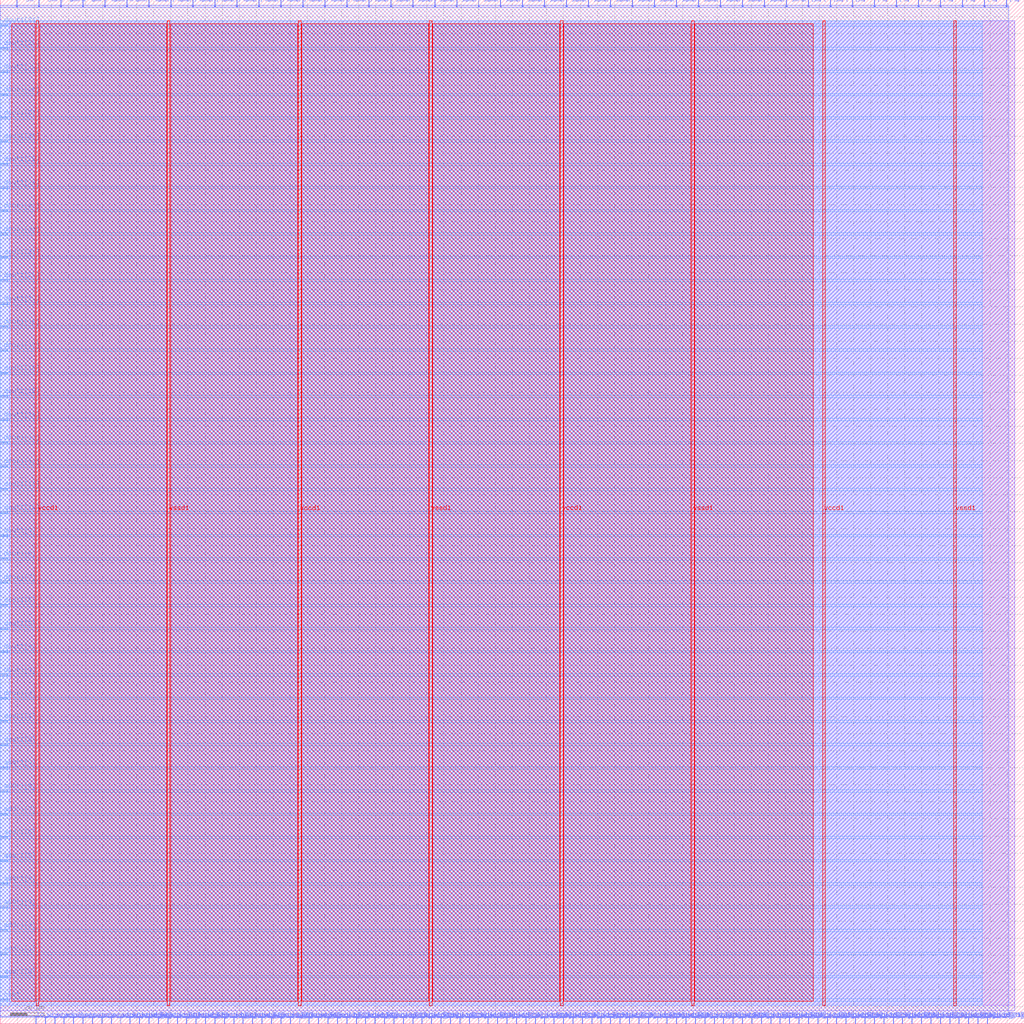
<source format=lef>
VERSION 5.7 ;
  NOWIREEXTENSIONATPIN ON ;
  DIVIDERCHAR "/" ;
  BUSBITCHARS "[]" ;
MACRO wfg_top
  CLASS BLOCK ;
  FOREIGN wfg_top ;
  ORIGIN 0.000 0.000 ;
  SIZE 600.000 BY 600.000 ;
  PIN addr1[0]
    DIRECTION OUTPUT TRISTATE ;
    USE SIGNAL ;
    PORT
      LAYER met3 ;
        RECT 0.000 27.240 4.000 27.840 ;
    END
  END addr1[0]
  PIN addr1[1]
    DIRECTION OUTPUT TRISTATE ;
    USE SIGNAL ;
    PORT
      LAYER met3 ;
        RECT 0.000 40.840 4.000 41.440 ;
    END
  END addr1[1]
  PIN addr1[2]
    DIRECTION OUTPUT TRISTATE ;
    USE SIGNAL ;
    PORT
      LAYER met3 ;
        RECT 0.000 54.440 4.000 55.040 ;
    END
  END addr1[2]
  PIN addr1[3]
    DIRECTION OUTPUT TRISTATE ;
    USE SIGNAL ;
    PORT
      LAYER met3 ;
        RECT 0.000 68.040 4.000 68.640 ;
    END
  END addr1[3]
  PIN addr1[4]
    DIRECTION OUTPUT TRISTATE ;
    USE SIGNAL ;
    PORT
      LAYER met3 ;
        RECT 0.000 81.640 4.000 82.240 ;
    END
  END addr1[4]
  PIN addr1[5]
    DIRECTION OUTPUT TRISTATE ;
    USE SIGNAL ;
    PORT
      LAYER met3 ;
        RECT 0.000 95.240 4.000 95.840 ;
    END
  END addr1[5]
  PIN addr1[6]
    DIRECTION OUTPUT TRISTATE ;
    USE SIGNAL ;
    PORT
      LAYER met3 ;
        RECT 0.000 108.840 4.000 109.440 ;
    END
  END addr1[6]
  PIN addr1[7]
    DIRECTION OUTPUT TRISTATE ;
    USE SIGNAL ;
    PORT
      LAYER met3 ;
        RECT 0.000 122.440 4.000 123.040 ;
    END
  END addr1[7]
  PIN addr1[8]
    DIRECTION OUTPUT TRISTATE ;
    USE SIGNAL ;
    PORT
      LAYER met3 ;
        RECT 0.000 136.040 4.000 136.640 ;
    END
  END addr1[8]
  PIN addr1[9]
    DIRECTION OUTPUT TRISTATE ;
    USE SIGNAL ;
    PORT
      LAYER met3 ;
        RECT 0.000 149.640 4.000 150.240 ;
    END
  END addr1[9]
  PIN csb1
    DIRECTION OUTPUT TRISTATE ;
    USE SIGNAL ;
    PORT
      LAYER met3 ;
        RECT 0.000 13.640 4.000 14.240 ;
    END
  END csb1
  PIN dout1[0]
    DIRECTION INPUT ;
    USE SIGNAL ;
    PORT
      LAYER met3 ;
        RECT 0.000 163.240 4.000 163.840 ;
    END
  END dout1[0]
  PIN dout1[10]
    DIRECTION INPUT ;
    USE SIGNAL ;
    PORT
      LAYER met3 ;
        RECT 0.000 299.240 4.000 299.840 ;
    END
  END dout1[10]
  PIN dout1[11]
    DIRECTION INPUT ;
    USE SIGNAL ;
    PORT
      LAYER met3 ;
        RECT 0.000 312.840 4.000 313.440 ;
    END
  END dout1[11]
  PIN dout1[12]
    DIRECTION INPUT ;
    USE SIGNAL ;
    PORT
      LAYER met3 ;
        RECT 0.000 326.440 4.000 327.040 ;
    END
  END dout1[12]
  PIN dout1[13]
    DIRECTION INPUT ;
    USE SIGNAL ;
    PORT
      LAYER met3 ;
        RECT 0.000 340.040 4.000 340.640 ;
    END
  END dout1[13]
  PIN dout1[14]
    DIRECTION INPUT ;
    USE SIGNAL ;
    PORT
      LAYER met3 ;
        RECT 0.000 353.640 4.000 354.240 ;
    END
  END dout1[14]
  PIN dout1[15]
    DIRECTION INPUT ;
    USE SIGNAL ;
    PORT
      LAYER met3 ;
        RECT 0.000 367.240 4.000 367.840 ;
    END
  END dout1[15]
  PIN dout1[16]
    DIRECTION INPUT ;
    USE SIGNAL ;
    PORT
      LAYER met3 ;
        RECT 0.000 380.840 4.000 381.440 ;
    END
  END dout1[16]
  PIN dout1[17]
    DIRECTION INPUT ;
    USE SIGNAL ;
    PORT
      LAYER met3 ;
        RECT 0.000 394.440 4.000 395.040 ;
    END
  END dout1[17]
  PIN dout1[18]
    DIRECTION INPUT ;
    USE SIGNAL ;
    PORT
      LAYER met3 ;
        RECT 0.000 408.040 4.000 408.640 ;
    END
  END dout1[18]
  PIN dout1[19]
    DIRECTION INPUT ;
    USE SIGNAL ;
    PORT
      LAYER met3 ;
        RECT 0.000 421.640 4.000 422.240 ;
    END
  END dout1[19]
  PIN dout1[1]
    DIRECTION INPUT ;
    USE SIGNAL ;
    PORT
      LAYER met3 ;
        RECT 0.000 176.840 4.000 177.440 ;
    END
  END dout1[1]
  PIN dout1[20]
    DIRECTION INPUT ;
    USE SIGNAL ;
    PORT
      LAYER met3 ;
        RECT 0.000 435.240 4.000 435.840 ;
    END
  END dout1[20]
  PIN dout1[21]
    DIRECTION INPUT ;
    USE SIGNAL ;
    PORT
      LAYER met3 ;
        RECT 0.000 448.840 4.000 449.440 ;
    END
  END dout1[21]
  PIN dout1[22]
    DIRECTION INPUT ;
    USE SIGNAL ;
    PORT
      LAYER met3 ;
        RECT 0.000 462.440 4.000 463.040 ;
    END
  END dout1[22]
  PIN dout1[23]
    DIRECTION INPUT ;
    USE SIGNAL ;
    PORT
      LAYER met3 ;
        RECT 0.000 476.040 4.000 476.640 ;
    END
  END dout1[23]
  PIN dout1[24]
    DIRECTION INPUT ;
    USE SIGNAL ;
    PORT
      LAYER met3 ;
        RECT 0.000 489.640 4.000 490.240 ;
    END
  END dout1[24]
  PIN dout1[25]
    DIRECTION INPUT ;
    USE SIGNAL ;
    PORT
      LAYER met3 ;
        RECT 0.000 503.240 4.000 503.840 ;
    END
  END dout1[25]
  PIN dout1[26]
    DIRECTION INPUT ;
    USE SIGNAL ;
    PORT
      LAYER met3 ;
        RECT 0.000 516.840 4.000 517.440 ;
    END
  END dout1[26]
  PIN dout1[27]
    DIRECTION INPUT ;
    USE SIGNAL ;
    PORT
      LAYER met3 ;
        RECT 0.000 530.440 4.000 531.040 ;
    END
  END dout1[27]
  PIN dout1[28]
    DIRECTION INPUT ;
    USE SIGNAL ;
    PORT
      LAYER met3 ;
        RECT 0.000 544.040 4.000 544.640 ;
    END
  END dout1[28]
  PIN dout1[29]
    DIRECTION INPUT ;
    USE SIGNAL ;
    PORT
      LAYER met3 ;
        RECT 0.000 557.640 4.000 558.240 ;
    END
  END dout1[29]
  PIN dout1[2]
    DIRECTION INPUT ;
    USE SIGNAL ;
    PORT
      LAYER met3 ;
        RECT 0.000 190.440 4.000 191.040 ;
    END
  END dout1[2]
  PIN dout1[30]
    DIRECTION INPUT ;
    USE SIGNAL ;
    PORT
      LAYER met3 ;
        RECT 0.000 571.240 4.000 571.840 ;
    END
  END dout1[30]
  PIN dout1[31]
    DIRECTION INPUT ;
    USE SIGNAL ;
    PORT
      LAYER met3 ;
        RECT 0.000 584.840 4.000 585.440 ;
    END
  END dout1[31]
  PIN dout1[3]
    DIRECTION INPUT ;
    USE SIGNAL ;
    PORT
      LAYER met3 ;
        RECT 0.000 204.040 4.000 204.640 ;
    END
  END dout1[3]
  PIN dout1[4]
    DIRECTION INPUT ;
    USE SIGNAL ;
    PORT
      LAYER met3 ;
        RECT 0.000 217.640 4.000 218.240 ;
    END
  END dout1[4]
  PIN dout1[5]
    DIRECTION INPUT ;
    USE SIGNAL ;
    PORT
      LAYER met3 ;
        RECT 0.000 231.240 4.000 231.840 ;
    END
  END dout1[5]
  PIN dout1[6]
    DIRECTION INPUT ;
    USE SIGNAL ;
    PORT
      LAYER met3 ;
        RECT 0.000 244.840 4.000 245.440 ;
    END
  END dout1[6]
  PIN dout1[7]
    DIRECTION INPUT ;
    USE SIGNAL ;
    PORT
      LAYER met3 ;
        RECT 0.000 258.440 4.000 259.040 ;
    END
  END dout1[7]
  PIN dout1[8]
    DIRECTION INPUT ;
    USE SIGNAL ;
    PORT
      LAYER met3 ;
        RECT 0.000 272.040 4.000 272.640 ;
    END
  END dout1[8]
  PIN dout1[9]
    DIRECTION INPUT ;
    USE SIGNAL ;
    PORT
      LAYER met3 ;
        RECT 0.000 285.640 4.000 286.240 ;
    END
  END dout1[9]
  PIN io_oeb[0]
    DIRECTION OUTPUT TRISTATE ;
    USE SIGNAL ;
    PORT
      LAYER met2 ;
        RECT 460.550 596.000 460.830 600.000 ;
    END
  END io_oeb[0]
  PIN io_oeb[10]
    DIRECTION OUTPUT TRISTATE ;
    USE SIGNAL ;
    PORT
      LAYER met2 ;
        RECT 589.350 596.000 589.630 600.000 ;
    END
  END io_oeb[10]
  PIN io_oeb[1]
    DIRECTION OUTPUT TRISTATE ;
    USE SIGNAL ;
    PORT
      LAYER met2 ;
        RECT 473.430 596.000 473.710 600.000 ;
    END
  END io_oeb[1]
  PIN io_oeb[2]
    DIRECTION OUTPUT TRISTATE ;
    USE SIGNAL ;
    PORT
      LAYER met2 ;
        RECT 486.310 596.000 486.590 600.000 ;
    END
  END io_oeb[2]
  PIN io_oeb[3]
    DIRECTION OUTPUT TRISTATE ;
    USE SIGNAL ;
    PORT
      LAYER met2 ;
        RECT 499.190 596.000 499.470 600.000 ;
    END
  END io_oeb[3]
  PIN io_oeb[4]
    DIRECTION OUTPUT TRISTATE ;
    USE SIGNAL ;
    PORT
      LAYER met2 ;
        RECT 512.070 596.000 512.350 600.000 ;
    END
  END io_oeb[4]
  PIN io_oeb[5]
    DIRECTION OUTPUT TRISTATE ;
    USE SIGNAL ;
    PORT
      LAYER met2 ;
        RECT 524.950 596.000 525.230 600.000 ;
    END
  END io_oeb[5]
  PIN io_oeb[6]
    DIRECTION OUTPUT TRISTATE ;
    USE SIGNAL ;
    PORT
      LAYER met2 ;
        RECT 537.830 596.000 538.110 600.000 ;
    END
  END io_oeb[6]
  PIN io_oeb[7]
    DIRECTION OUTPUT TRISTATE ;
    USE SIGNAL ;
    PORT
      LAYER met2 ;
        RECT 550.710 596.000 550.990 600.000 ;
    END
  END io_oeb[7]
  PIN io_oeb[8]
    DIRECTION OUTPUT TRISTATE ;
    USE SIGNAL ;
    PORT
      LAYER met2 ;
        RECT 563.590 596.000 563.870 600.000 ;
    END
  END io_oeb[8]
  PIN io_oeb[9]
    DIRECTION OUTPUT TRISTATE ;
    USE SIGNAL ;
    PORT
      LAYER met2 ;
        RECT 576.470 596.000 576.750 600.000 ;
    END
  END io_oeb[9]
  PIN io_wbs_ack
    DIRECTION OUTPUT TRISTATE ;
    USE SIGNAL ;
    PORT
      LAYER met2 ;
        RECT 20.790 0.000 21.070 4.000 ;
    END
  END io_wbs_ack
  PIN io_wbs_adr[0]
    DIRECTION INPUT ;
    USE SIGNAL ;
    PORT
      LAYER met2 ;
        RECT 53.910 0.000 54.190 4.000 ;
    END
  END io_wbs_adr[0]
  PIN io_wbs_adr[10]
    DIRECTION INPUT ;
    USE SIGNAL ;
    PORT
      LAYER met2 ;
        RECT 219.510 0.000 219.790 4.000 ;
    END
  END io_wbs_adr[10]
  PIN io_wbs_adr[11]
    DIRECTION INPUT ;
    USE SIGNAL ;
    PORT
      LAYER met2 ;
        RECT 236.070 0.000 236.350 4.000 ;
    END
  END io_wbs_adr[11]
  PIN io_wbs_adr[12]
    DIRECTION INPUT ;
    USE SIGNAL ;
    PORT
      LAYER met2 ;
        RECT 252.630 0.000 252.910 4.000 ;
    END
  END io_wbs_adr[12]
  PIN io_wbs_adr[13]
    DIRECTION INPUT ;
    USE SIGNAL ;
    PORT
      LAYER met2 ;
        RECT 269.190 0.000 269.470 4.000 ;
    END
  END io_wbs_adr[13]
  PIN io_wbs_adr[14]
    DIRECTION INPUT ;
    USE SIGNAL ;
    PORT
      LAYER met2 ;
        RECT 285.750 0.000 286.030 4.000 ;
    END
  END io_wbs_adr[14]
  PIN io_wbs_adr[15]
    DIRECTION INPUT ;
    USE SIGNAL ;
    PORT
      LAYER met2 ;
        RECT 302.310 0.000 302.590 4.000 ;
    END
  END io_wbs_adr[15]
  PIN io_wbs_adr[16]
    DIRECTION INPUT ;
    USE SIGNAL ;
    PORT
      LAYER met2 ;
        RECT 318.870 0.000 319.150 4.000 ;
    END
  END io_wbs_adr[16]
  PIN io_wbs_adr[17]
    DIRECTION INPUT ;
    USE SIGNAL ;
    PORT
      LAYER met2 ;
        RECT 335.430 0.000 335.710 4.000 ;
    END
  END io_wbs_adr[17]
  PIN io_wbs_adr[18]
    DIRECTION INPUT ;
    USE SIGNAL ;
    PORT
      LAYER met2 ;
        RECT 351.990 0.000 352.270 4.000 ;
    END
  END io_wbs_adr[18]
  PIN io_wbs_adr[19]
    DIRECTION INPUT ;
    USE SIGNAL ;
    PORT
      LAYER met2 ;
        RECT 368.550 0.000 368.830 4.000 ;
    END
  END io_wbs_adr[19]
  PIN io_wbs_adr[1]
    DIRECTION INPUT ;
    USE SIGNAL ;
    PORT
      LAYER met2 ;
        RECT 70.470 0.000 70.750 4.000 ;
    END
  END io_wbs_adr[1]
  PIN io_wbs_adr[20]
    DIRECTION INPUT ;
    USE SIGNAL ;
    PORT
      LAYER met2 ;
        RECT 385.110 0.000 385.390 4.000 ;
    END
  END io_wbs_adr[20]
  PIN io_wbs_adr[21]
    DIRECTION INPUT ;
    USE SIGNAL ;
    PORT
      LAYER met2 ;
        RECT 401.670 0.000 401.950 4.000 ;
    END
  END io_wbs_adr[21]
  PIN io_wbs_adr[22]
    DIRECTION INPUT ;
    USE SIGNAL ;
    PORT
      LAYER met2 ;
        RECT 418.230 0.000 418.510 4.000 ;
    END
  END io_wbs_adr[22]
  PIN io_wbs_adr[23]
    DIRECTION INPUT ;
    USE SIGNAL ;
    PORT
      LAYER met2 ;
        RECT 434.790 0.000 435.070 4.000 ;
    END
  END io_wbs_adr[23]
  PIN io_wbs_adr[24]
    DIRECTION INPUT ;
    USE SIGNAL ;
    PORT
      LAYER met2 ;
        RECT 451.350 0.000 451.630 4.000 ;
    END
  END io_wbs_adr[24]
  PIN io_wbs_adr[25]
    DIRECTION INPUT ;
    USE SIGNAL ;
    PORT
      LAYER met2 ;
        RECT 467.910 0.000 468.190 4.000 ;
    END
  END io_wbs_adr[25]
  PIN io_wbs_adr[26]
    DIRECTION INPUT ;
    USE SIGNAL ;
    PORT
      LAYER met2 ;
        RECT 484.470 0.000 484.750 4.000 ;
    END
  END io_wbs_adr[26]
  PIN io_wbs_adr[27]
    DIRECTION INPUT ;
    USE SIGNAL ;
    PORT
      LAYER met2 ;
        RECT 501.030 0.000 501.310 4.000 ;
    END
  END io_wbs_adr[27]
  PIN io_wbs_adr[28]
    DIRECTION INPUT ;
    USE SIGNAL ;
    PORT
      LAYER met2 ;
        RECT 517.590 0.000 517.870 4.000 ;
    END
  END io_wbs_adr[28]
  PIN io_wbs_adr[29]
    DIRECTION INPUT ;
    USE SIGNAL ;
    PORT
      LAYER met2 ;
        RECT 534.150 0.000 534.430 4.000 ;
    END
  END io_wbs_adr[29]
  PIN io_wbs_adr[2]
    DIRECTION INPUT ;
    USE SIGNAL ;
    PORT
      LAYER met2 ;
        RECT 87.030 0.000 87.310 4.000 ;
    END
  END io_wbs_adr[2]
  PIN io_wbs_adr[30]
    DIRECTION INPUT ;
    USE SIGNAL ;
    PORT
      LAYER met2 ;
        RECT 550.710 0.000 550.990 4.000 ;
    END
  END io_wbs_adr[30]
  PIN io_wbs_adr[31]
    DIRECTION INPUT ;
    USE SIGNAL ;
    PORT
      LAYER met2 ;
        RECT 567.270 0.000 567.550 4.000 ;
    END
  END io_wbs_adr[31]
  PIN io_wbs_adr[3]
    DIRECTION INPUT ;
    USE SIGNAL ;
    PORT
      LAYER met2 ;
        RECT 103.590 0.000 103.870 4.000 ;
    END
  END io_wbs_adr[3]
  PIN io_wbs_adr[4]
    DIRECTION INPUT ;
    USE SIGNAL ;
    PORT
      LAYER met2 ;
        RECT 120.150 0.000 120.430 4.000 ;
    END
  END io_wbs_adr[4]
  PIN io_wbs_adr[5]
    DIRECTION INPUT ;
    USE SIGNAL ;
    PORT
      LAYER met2 ;
        RECT 136.710 0.000 136.990 4.000 ;
    END
  END io_wbs_adr[5]
  PIN io_wbs_adr[6]
    DIRECTION INPUT ;
    USE SIGNAL ;
    PORT
      LAYER met2 ;
        RECT 153.270 0.000 153.550 4.000 ;
    END
  END io_wbs_adr[6]
  PIN io_wbs_adr[7]
    DIRECTION INPUT ;
    USE SIGNAL ;
    PORT
      LAYER met2 ;
        RECT 169.830 0.000 170.110 4.000 ;
    END
  END io_wbs_adr[7]
  PIN io_wbs_adr[8]
    DIRECTION INPUT ;
    USE SIGNAL ;
    PORT
      LAYER met2 ;
        RECT 186.390 0.000 186.670 4.000 ;
    END
  END io_wbs_adr[8]
  PIN io_wbs_adr[9]
    DIRECTION INPUT ;
    USE SIGNAL ;
    PORT
      LAYER met2 ;
        RECT 202.950 0.000 203.230 4.000 ;
    END
  END io_wbs_adr[9]
  PIN io_wbs_clk
    DIRECTION INPUT ;
    USE SIGNAL ;
    PORT
      LAYER met2 ;
        RECT 26.310 0.000 26.590 4.000 ;
    END
  END io_wbs_clk
  PIN io_wbs_cyc
    DIRECTION INPUT ;
    USE SIGNAL ;
    PORT
      LAYER met2 ;
        RECT 31.830 0.000 32.110 4.000 ;
    END
  END io_wbs_cyc
  PIN io_wbs_datrd[0]
    DIRECTION OUTPUT TRISTATE ;
    USE SIGNAL ;
    PORT
      LAYER met2 ;
        RECT 59.430 0.000 59.710 4.000 ;
    END
  END io_wbs_datrd[0]
  PIN io_wbs_datrd[10]
    DIRECTION OUTPUT TRISTATE ;
    USE SIGNAL ;
    PORT
      LAYER met2 ;
        RECT 225.030 0.000 225.310 4.000 ;
    END
  END io_wbs_datrd[10]
  PIN io_wbs_datrd[11]
    DIRECTION OUTPUT TRISTATE ;
    USE SIGNAL ;
    PORT
      LAYER met2 ;
        RECT 241.590 0.000 241.870 4.000 ;
    END
  END io_wbs_datrd[11]
  PIN io_wbs_datrd[12]
    DIRECTION OUTPUT TRISTATE ;
    USE SIGNAL ;
    PORT
      LAYER met2 ;
        RECT 258.150 0.000 258.430 4.000 ;
    END
  END io_wbs_datrd[12]
  PIN io_wbs_datrd[13]
    DIRECTION OUTPUT TRISTATE ;
    USE SIGNAL ;
    PORT
      LAYER met2 ;
        RECT 274.710 0.000 274.990 4.000 ;
    END
  END io_wbs_datrd[13]
  PIN io_wbs_datrd[14]
    DIRECTION OUTPUT TRISTATE ;
    USE SIGNAL ;
    PORT
      LAYER met2 ;
        RECT 291.270 0.000 291.550 4.000 ;
    END
  END io_wbs_datrd[14]
  PIN io_wbs_datrd[15]
    DIRECTION OUTPUT TRISTATE ;
    USE SIGNAL ;
    PORT
      LAYER met2 ;
        RECT 307.830 0.000 308.110 4.000 ;
    END
  END io_wbs_datrd[15]
  PIN io_wbs_datrd[16]
    DIRECTION OUTPUT TRISTATE ;
    USE SIGNAL ;
    PORT
      LAYER met2 ;
        RECT 324.390 0.000 324.670 4.000 ;
    END
  END io_wbs_datrd[16]
  PIN io_wbs_datrd[17]
    DIRECTION OUTPUT TRISTATE ;
    USE SIGNAL ;
    PORT
      LAYER met2 ;
        RECT 340.950 0.000 341.230 4.000 ;
    END
  END io_wbs_datrd[17]
  PIN io_wbs_datrd[18]
    DIRECTION OUTPUT TRISTATE ;
    USE SIGNAL ;
    PORT
      LAYER met2 ;
        RECT 357.510 0.000 357.790 4.000 ;
    END
  END io_wbs_datrd[18]
  PIN io_wbs_datrd[19]
    DIRECTION OUTPUT TRISTATE ;
    USE SIGNAL ;
    PORT
      LAYER met2 ;
        RECT 374.070 0.000 374.350 4.000 ;
    END
  END io_wbs_datrd[19]
  PIN io_wbs_datrd[1]
    DIRECTION OUTPUT TRISTATE ;
    USE SIGNAL ;
    PORT
      LAYER met2 ;
        RECT 75.990 0.000 76.270 4.000 ;
    END
  END io_wbs_datrd[1]
  PIN io_wbs_datrd[20]
    DIRECTION OUTPUT TRISTATE ;
    USE SIGNAL ;
    PORT
      LAYER met2 ;
        RECT 390.630 0.000 390.910 4.000 ;
    END
  END io_wbs_datrd[20]
  PIN io_wbs_datrd[21]
    DIRECTION OUTPUT TRISTATE ;
    USE SIGNAL ;
    PORT
      LAYER met2 ;
        RECT 407.190 0.000 407.470 4.000 ;
    END
  END io_wbs_datrd[21]
  PIN io_wbs_datrd[22]
    DIRECTION OUTPUT TRISTATE ;
    USE SIGNAL ;
    PORT
      LAYER met2 ;
        RECT 423.750 0.000 424.030 4.000 ;
    END
  END io_wbs_datrd[22]
  PIN io_wbs_datrd[23]
    DIRECTION OUTPUT TRISTATE ;
    USE SIGNAL ;
    PORT
      LAYER met2 ;
        RECT 440.310 0.000 440.590 4.000 ;
    END
  END io_wbs_datrd[23]
  PIN io_wbs_datrd[24]
    DIRECTION OUTPUT TRISTATE ;
    USE SIGNAL ;
    PORT
      LAYER met2 ;
        RECT 456.870 0.000 457.150 4.000 ;
    END
  END io_wbs_datrd[24]
  PIN io_wbs_datrd[25]
    DIRECTION OUTPUT TRISTATE ;
    USE SIGNAL ;
    PORT
      LAYER met2 ;
        RECT 473.430 0.000 473.710 4.000 ;
    END
  END io_wbs_datrd[25]
  PIN io_wbs_datrd[26]
    DIRECTION OUTPUT TRISTATE ;
    USE SIGNAL ;
    PORT
      LAYER met2 ;
        RECT 489.990 0.000 490.270 4.000 ;
    END
  END io_wbs_datrd[26]
  PIN io_wbs_datrd[27]
    DIRECTION OUTPUT TRISTATE ;
    USE SIGNAL ;
    PORT
      LAYER met2 ;
        RECT 506.550 0.000 506.830 4.000 ;
    END
  END io_wbs_datrd[27]
  PIN io_wbs_datrd[28]
    DIRECTION OUTPUT TRISTATE ;
    USE SIGNAL ;
    PORT
      LAYER met2 ;
        RECT 523.110 0.000 523.390 4.000 ;
    END
  END io_wbs_datrd[28]
  PIN io_wbs_datrd[29]
    DIRECTION OUTPUT TRISTATE ;
    USE SIGNAL ;
    PORT
      LAYER met2 ;
        RECT 539.670 0.000 539.950 4.000 ;
    END
  END io_wbs_datrd[29]
  PIN io_wbs_datrd[2]
    DIRECTION OUTPUT TRISTATE ;
    USE SIGNAL ;
    PORT
      LAYER met2 ;
        RECT 92.550 0.000 92.830 4.000 ;
    END
  END io_wbs_datrd[2]
  PIN io_wbs_datrd[30]
    DIRECTION OUTPUT TRISTATE ;
    USE SIGNAL ;
    PORT
      LAYER met2 ;
        RECT 556.230 0.000 556.510 4.000 ;
    END
  END io_wbs_datrd[30]
  PIN io_wbs_datrd[31]
    DIRECTION OUTPUT TRISTATE ;
    USE SIGNAL ;
    PORT
      LAYER met2 ;
        RECT 572.790 0.000 573.070 4.000 ;
    END
  END io_wbs_datrd[31]
  PIN io_wbs_datrd[3]
    DIRECTION OUTPUT TRISTATE ;
    USE SIGNAL ;
    PORT
      LAYER met2 ;
        RECT 109.110 0.000 109.390 4.000 ;
    END
  END io_wbs_datrd[3]
  PIN io_wbs_datrd[4]
    DIRECTION OUTPUT TRISTATE ;
    USE SIGNAL ;
    PORT
      LAYER met2 ;
        RECT 125.670 0.000 125.950 4.000 ;
    END
  END io_wbs_datrd[4]
  PIN io_wbs_datrd[5]
    DIRECTION OUTPUT TRISTATE ;
    USE SIGNAL ;
    PORT
      LAYER met2 ;
        RECT 142.230 0.000 142.510 4.000 ;
    END
  END io_wbs_datrd[5]
  PIN io_wbs_datrd[6]
    DIRECTION OUTPUT TRISTATE ;
    USE SIGNAL ;
    PORT
      LAYER met2 ;
        RECT 158.790 0.000 159.070 4.000 ;
    END
  END io_wbs_datrd[6]
  PIN io_wbs_datrd[7]
    DIRECTION OUTPUT TRISTATE ;
    USE SIGNAL ;
    PORT
      LAYER met2 ;
        RECT 175.350 0.000 175.630 4.000 ;
    END
  END io_wbs_datrd[7]
  PIN io_wbs_datrd[8]
    DIRECTION OUTPUT TRISTATE ;
    USE SIGNAL ;
    PORT
      LAYER met2 ;
        RECT 191.910 0.000 192.190 4.000 ;
    END
  END io_wbs_datrd[8]
  PIN io_wbs_datrd[9]
    DIRECTION OUTPUT TRISTATE ;
    USE SIGNAL ;
    PORT
      LAYER met2 ;
        RECT 208.470 0.000 208.750 4.000 ;
    END
  END io_wbs_datrd[9]
  PIN io_wbs_datwr[0]
    DIRECTION INPUT ;
    USE SIGNAL ;
    PORT
      LAYER met2 ;
        RECT 64.950 0.000 65.230 4.000 ;
    END
  END io_wbs_datwr[0]
  PIN io_wbs_datwr[10]
    DIRECTION INPUT ;
    USE SIGNAL ;
    PORT
      LAYER met2 ;
        RECT 230.550 0.000 230.830 4.000 ;
    END
  END io_wbs_datwr[10]
  PIN io_wbs_datwr[11]
    DIRECTION INPUT ;
    USE SIGNAL ;
    PORT
      LAYER met2 ;
        RECT 247.110 0.000 247.390 4.000 ;
    END
  END io_wbs_datwr[11]
  PIN io_wbs_datwr[12]
    DIRECTION INPUT ;
    USE SIGNAL ;
    PORT
      LAYER met2 ;
        RECT 263.670 0.000 263.950 4.000 ;
    END
  END io_wbs_datwr[12]
  PIN io_wbs_datwr[13]
    DIRECTION INPUT ;
    USE SIGNAL ;
    PORT
      LAYER met2 ;
        RECT 280.230 0.000 280.510 4.000 ;
    END
  END io_wbs_datwr[13]
  PIN io_wbs_datwr[14]
    DIRECTION INPUT ;
    USE SIGNAL ;
    PORT
      LAYER met2 ;
        RECT 296.790 0.000 297.070 4.000 ;
    END
  END io_wbs_datwr[14]
  PIN io_wbs_datwr[15]
    DIRECTION INPUT ;
    USE SIGNAL ;
    PORT
      LAYER met2 ;
        RECT 313.350 0.000 313.630 4.000 ;
    END
  END io_wbs_datwr[15]
  PIN io_wbs_datwr[16]
    DIRECTION INPUT ;
    USE SIGNAL ;
    PORT
      LAYER met2 ;
        RECT 329.910 0.000 330.190 4.000 ;
    END
  END io_wbs_datwr[16]
  PIN io_wbs_datwr[17]
    DIRECTION INPUT ;
    USE SIGNAL ;
    PORT
      LAYER met2 ;
        RECT 346.470 0.000 346.750 4.000 ;
    END
  END io_wbs_datwr[17]
  PIN io_wbs_datwr[18]
    DIRECTION INPUT ;
    USE SIGNAL ;
    PORT
      LAYER met2 ;
        RECT 363.030 0.000 363.310 4.000 ;
    END
  END io_wbs_datwr[18]
  PIN io_wbs_datwr[19]
    DIRECTION INPUT ;
    USE SIGNAL ;
    PORT
      LAYER met2 ;
        RECT 379.590 0.000 379.870 4.000 ;
    END
  END io_wbs_datwr[19]
  PIN io_wbs_datwr[1]
    DIRECTION INPUT ;
    USE SIGNAL ;
    PORT
      LAYER met2 ;
        RECT 81.510 0.000 81.790 4.000 ;
    END
  END io_wbs_datwr[1]
  PIN io_wbs_datwr[20]
    DIRECTION INPUT ;
    USE SIGNAL ;
    PORT
      LAYER met2 ;
        RECT 396.150 0.000 396.430 4.000 ;
    END
  END io_wbs_datwr[20]
  PIN io_wbs_datwr[21]
    DIRECTION INPUT ;
    USE SIGNAL ;
    PORT
      LAYER met2 ;
        RECT 412.710 0.000 412.990 4.000 ;
    END
  END io_wbs_datwr[21]
  PIN io_wbs_datwr[22]
    DIRECTION INPUT ;
    USE SIGNAL ;
    PORT
      LAYER met2 ;
        RECT 429.270 0.000 429.550 4.000 ;
    END
  END io_wbs_datwr[22]
  PIN io_wbs_datwr[23]
    DIRECTION INPUT ;
    USE SIGNAL ;
    PORT
      LAYER met2 ;
        RECT 445.830 0.000 446.110 4.000 ;
    END
  END io_wbs_datwr[23]
  PIN io_wbs_datwr[24]
    DIRECTION INPUT ;
    USE SIGNAL ;
    PORT
      LAYER met2 ;
        RECT 462.390 0.000 462.670 4.000 ;
    END
  END io_wbs_datwr[24]
  PIN io_wbs_datwr[25]
    DIRECTION INPUT ;
    USE SIGNAL ;
    PORT
      LAYER met2 ;
        RECT 478.950 0.000 479.230 4.000 ;
    END
  END io_wbs_datwr[25]
  PIN io_wbs_datwr[26]
    DIRECTION INPUT ;
    USE SIGNAL ;
    PORT
      LAYER met2 ;
        RECT 495.510 0.000 495.790 4.000 ;
    END
  END io_wbs_datwr[26]
  PIN io_wbs_datwr[27]
    DIRECTION INPUT ;
    USE SIGNAL ;
    PORT
      LAYER met2 ;
        RECT 512.070 0.000 512.350 4.000 ;
    END
  END io_wbs_datwr[27]
  PIN io_wbs_datwr[28]
    DIRECTION INPUT ;
    USE SIGNAL ;
    PORT
      LAYER met2 ;
        RECT 528.630 0.000 528.910 4.000 ;
    END
  END io_wbs_datwr[28]
  PIN io_wbs_datwr[29]
    DIRECTION INPUT ;
    USE SIGNAL ;
    PORT
      LAYER met2 ;
        RECT 545.190 0.000 545.470 4.000 ;
    END
  END io_wbs_datwr[29]
  PIN io_wbs_datwr[2]
    DIRECTION INPUT ;
    USE SIGNAL ;
    PORT
      LAYER met2 ;
        RECT 98.070 0.000 98.350 4.000 ;
    END
  END io_wbs_datwr[2]
  PIN io_wbs_datwr[30]
    DIRECTION INPUT ;
    USE SIGNAL ;
    PORT
      LAYER met2 ;
        RECT 561.750 0.000 562.030 4.000 ;
    END
  END io_wbs_datwr[30]
  PIN io_wbs_datwr[31]
    DIRECTION INPUT ;
    USE SIGNAL ;
    PORT
      LAYER met2 ;
        RECT 578.310 0.000 578.590 4.000 ;
    END
  END io_wbs_datwr[31]
  PIN io_wbs_datwr[3]
    DIRECTION INPUT ;
    USE SIGNAL ;
    PORT
      LAYER met2 ;
        RECT 114.630 0.000 114.910 4.000 ;
    END
  END io_wbs_datwr[3]
  PIN io_wbs_datwr[4]
    DIRECTION INPUT ;
    USE SIGNAL ;
    PORT
      LAYER met2 ;
        RECT 131.190 0.000 131.470 4.000 ;
    END
  END io_wbs_datwr[4]
  PIN io_wbs_datwr[5]
    DIRECTION INPUT ;
    USE SIGNAL ;
    PORT
      LAYER met2 ;
        RECT 147.750 0.000 148.030 4.000 ;
    END
  END io_wbs_datwr[5]
  PIN io_wbs_datwr[6]
    DIRECTION INPUT ;
    USE SIGNAL ;
    PORT
      LAYER met2 ;
        RECT 164.310 0.000 164.590 4.000 ;
    END
  END io_wbs_datwr[6]
  PIN io_wbs_datwr[7]
    DIRECTION INPUT ;
    USE SIGNAL ;
    PORT
      LAYER met2 ;
        RECT 180.870 0.000 181.150 4.000 ;
    END
  END io_wbs_datwr[7]
  PIN io_wbs_datwr[8]
    DIRECTION INPUT ;
    USE SIGNAL ;
    PORT
      LAYER met2 ;
        RECT 197.430 0.000 197.710 4.000 ;
    END
  END io_wbs_datwr[8]
  PIN io_wbs_datwr[9]
    DIRECTION INPUT ;
    USE SIGNAL ;
    PORT
      LAYER met2 ;
        RECT 213.990 0.000 214.270 4.000 ;
    END
  END io_wbs_datwr[9]
  PIN io_wbs_rst
    DIRECTION INPUT ;
    USE SIGNAL ;
    PORT
      LAYER met2 ;
        RECT 37.350 0.000 37.630 4.000 ;
    END
  END io_wbs_rst
  PIN io_wbs_stb
    DIRECTION INPUT ;
    USE SIGNAL ;
    PORT
      LAYER met2 ;
        RECT 42.870 0.000 43.150 4.000 ;
    END
  END io_wbs_stb
  PIN io_wbs_we
    DIRECTION INPUT ;
    USE SIGNAL ;
    PORT
      LAYER met2 ;
        RECT 48.390 0.000 48.670 4.000 ;
    END
  END io_wbs_we
  PIN vccd1
    DIRECTION INOUT ;
    USE POWER ;
    PORT
      LAYER met4 ;
        RECT 21.040 10.640 22.640 587.760 ;
    END
    PORT
      LAYER met4 ;
        RECT 174.640 10.640 176.240 587.760 ;
    END
    PORT
      LAYER met4 ;
        RECT 328.240 10.640 329.840 587.760 ;
    END
    PORT
      LAYER met4 ;
        RECT 481.840 10.640 483.440 587.760 ;
    END
  END vccd1
  PIN vssd1
    DIRECTION INOUT ;
    USE GROUND ;
    PORT
      LAYER met4 ;
        RECT 97.840 10.640 99.440 587.760 ;
    END
    PORT
      LAYER met4 ;
        RECT 251.440 10.640 253.040 587.760 ;
    END
    PORT
      LAYER met4 ;
        RECT 405.040 10.640 406.640 587.760 ;
    END
    PORT
      LAYER met4 ;
        RECT 558.640 10.640 560.240 587.760 ;
    END
  END vssd1
  PIN wfg_drive_pat_dout_o[0]
    DIRECTION OUTPUT TRISTATE ;
    USE SIGNAL ;
    PORT
      LAYER met2 ;
        RECT 48.390 596.000 48.670 600.000 ;
    END
  END wfg_drive_pat_dout_o[0]
  PIN wfg_drive_pat_dout_o[10]
    DIRECTION OUTPUT TRISTATE ;
    USE SIGNAL ;
    PORT
      LAYER met2 ;
        RECT 177.190 596.000 177.470 600.000 ;
    END
  END wfg_drive_pat_dout_o[10]
  PIN wfg_drive_pat_dout_o[11]
    DIRECTION OUTPUT TRISTATE ;
    USE SIGNAL ;
    PORT
      LAYER met2 ;
        RECT 190.070 596.000 190.350 600.000 ;
    END
  END wfg_drive_pat_dout_o[11]
  PIN wfg_drive_pat_dout_o[12]
    DIRECTION OUTPUT TRISTATE ;
    USE SIGNAL ;
    PORT
      LAYER met2 ;
        RECT 202.950 596.000 203.230 600.000 ;
    END
  END wfg_drive_pat_dout_o[12]
  PIN wfg_drive_pat_dout_o[13]
    DIRECTION OUTPUT TRISTATE ;
    USE SIGNAL ;
    PORT
      LAYER met2 ;
        RECT 215.830 596.000 216.110 600.000 ;
    END
  END wfg_drive_pat_dout_o[13]
  PIN wfg_drive_pat_dout_o[14]
    DIRECTION OUTPUT TRISTATE ;
    USE SIGNAL ;
    PORT
      LAYER met2 ;
        RECT 228.710 596.000 228.990 600.000 ;
    END
  END wfg_drive_pat_dout_o[14]
  PIN wfg_drive_pat_dout_o[15]
    DIRECTION OUTPUT TRISTATE ;
    USE SIGNAL ;
    PORT
      LAYER met2 ;
        RECT 241.590 596.000 241.870 600.000 ;
    END
  END wfg_drive_pat_dout_o[15]
  PIN wfg_drive_pat_dout_o[16]
    DIRECTION OUTPUT TRISTATE ;
    USE SIGNAL ;
    PORT
      LAYER met2 ;
        RECT 254.470 596.000 254.750 600.000 ;
    END
  END wfg_drive_pat_dout_o[16]
  PIN wfg_drive_pat_dout_o[17]
    DIRECTION OUTPUT TRISTATE ;
    USE SIGNAL ;
    PORT
      LAYER met2 ;
        RECT 267.350 596.000 267.630 600.000 ;
    END
  END wfg_drive_pat_dout_o[17]
  PIN wfg_drive_pat_dout_o[18]
    DIRECTION OUTPUT TRISTATE ;
    USE SIGNAL ;
    PORT
      LAYER met2 ;
        RECT 280.230 596.000 280.510 600.000 ;
    END
  END wfg_drive_pat_dout_o[18]
  PIN wfg_drive_pat_dout_o[19]
    DIRECTION OUTPUT TRISTATE ;
    USE SIGNAL ;
    PORT
      LAYER met2 ;
        RECT 293.110 596.000 293.390 600.000 ;
    END
  END wfg_drive_pat_dout_o[19]
  PIN wfg_drive_pat_dout_o[1]
    DIRECTION OUTPUT TRISTATE ;
    USE SIGNAL ;
    PORT
      LAYER met2 ;
        RECT 61.270 596.000 61.550 600.000 ;
    END
  END wfg_drive_pat_dout_o[1]
  PIN wfg_drive_pat_dout_o[20]
    DIRECTION OUTPUT TRISTATE ;
    USE SIGNAL ;
    PORT
      LAYER met2 ;
        RECT 305.990 596.000 306.270 600.000 ;
    END
  END wfg_drive_pat_dout_o[20]
  PIN wfg_drive_pat_dout_o[21]
    DIRECTION OUTPUT TRISTATE ;
    USE SIGNAL ;
    PORT
      LAYER met2 ;
        RECT 318.870 596.000 319.150 600.000 ;
    END
  END wfg_drive_pat_dout_o[21]
  PIN wfg_drive_pat_dout_o[22]
    DIRECTION OUTPUT TRISTATE ;
    USE SIGNAL ;
    PORT
      LAYER met2 ;
        RECT 331.750 596.000 332.030 600.000 ;
    END
  END wfg_drive_pat_dout_o[22]
  PIN wfg_drive_pat_dout_o[23]
    DIRECTION OUTPUT TRISTATE ;
    USE SIGNAL ;
    PORT
      LAYER met2 ;
        RECT 344.630 596.000 344.910 600.000 ;
    END
  END wfg_drive_pat_dout_o[23]
  PIN wfg_drive_pat_dout_o[24]
    DIRECTION OUTPUT TRISTATE ;
    USE SIGNAL ;
    PORT
      LAYER met2 ;
        RECT 357.510 596.000 357.790 600.000 ;
    END
  END wfg_drive_pat_dout_o[24]
  PIN wfg_drive_pat_dout_o[25]
    DIRECTION OUTPUT TRISTATE ;
    USE SIGNAL ;
    PORT
      LAYER met2 ;
        RECT 370.390 596.000 370.670 600.000 ;
    END
  END wfg_drive_pat_dout_o[25]
  PIN wfg_drive_pat_dout_o[26]
    DIRECTION OUTPUT TRISTATE ;
    USE SIGNAL ;
    PORT
      LAYER met2 ;
        RECT 383.270 596.000 383.550 600.000 ;
    END
  END wfg_drive_pat_dout_o[26]
  PIN wfg_drive_pat_dout_o[27]
    DIRECTION OUTPUT TRISTATE ;
    USE SIGNAL ;
    PORT
      LAYER met2 ;
        RECT 396.150 596.000 396.430 600.000 ;
    END
  END wfg_drive_pat_dout_o[27]
  PIN wfg_drive_pat_dout_o[28]
    DIRECTION OUTPUT TRISTATE ;
    USE SIGNAL ;
    PORT
      LAYER met2 ;
        RECT 409.030 596.000 409.310 600.000 ;
    END
  END wfg_drive_pat_dout_o[28]
  PIN wfg_drive_pat_dout_o[29]
    DIRECTION OUTPUT TRISTATE ;
    USE SIGNAL ;
    PORT
      LAYER met2 ;
        RECT 421.910 596.000 422.190 600.000 ;
    END
  END wfg_drive_pat_dout_o[29]
  PIN wfg_drive_pat_dout_o[2]
    DIRECTION OUTPUT TRISTATE ;
    USE SIGNAL ;
    PORT
      LAYER met2 ;
        RECT 74.150 596.000 74.430 600.000 ;
    END
  END wfg_drive_pat_dout_o[2]
  PIN wfg_drive_pat_dout_o[30]
    DIRECTION OUTPUT TRISTATE ;
    USE SIGNAL ;
    PORT
      LAYER met2 ;
        RECT 434.790 596.000 435.070 600.000 ;
    END
  END wfg_drive_pat_dout_o[30]
  PIN wfg_drive_pat_dout_o[31]
    DIRECTION OUTPUT TRISTATE ;
    USE SIGNAL ;
    PORT
      LAYER met2 ;
        RECT 447.670 596.000 447.950 600.000 ;
    END
  END wfg_drive_pat_dout_o[31]
  PIN wfg_drive_pat_dout_o[3]
    DIRECTION OUTPUT TRISTATE ;
    USE SIGNAL ;
    PORT
      LAYER met2 ;
        RECT 87.030 596.000 87.310 600.000 ;
    END
  END wfg_drive_pat_dout_o[3]
  PIN wfg_drive_pat_dout_o[4]
    DIRECTION OUTPUT TRISTATE ;
    USE SIGNAL ;
    PORT
      LAYER met2 ;
        RECT 99.910 596.000 100.190 600.000 ;
    END
  END wfg_drive_pat_dout_o[4]
  PIN wfg_drive_pat_dout_o[5]
    DIRECTION OUTPUT TRISTATE ;
    USE SIGNAL ;
    PORT
      LAYER met2 ;
        RECT 112.790 596.000 113.070 600.000 ;
    END
  END wfg_drive_pat_dout_o[5]
  PIN wfg_drive_pat_dout_o[6]
    DIRECTION OUTPUT TRISTATE ;
    USE SIGNAL ;
    PORT
      LAYER met2 ;
        RECT 125.670 596.000 125.950 600.000 ;
    END
  END wfg_drive_pat_dout_o[6]
  PIN wfg_drive_pat_dout_o[7]
    DIRECTION OUTPUT TRISTATE ;
    USE SIGNAL ;
    PORT
      LAYER met2 ;
        RECT 138.550 596.000 138.830 600.000 ;
    END
  END wfg_drive_pat_dout_o[7]
  PIN wfg_drive_pat_dout_o[8]
    DIRECTION OUTPUT TRISTATE ;
    USE SIGNAL ;
    PORT
      LAYER met2 ;
        RECT 151.430 596.000 151.710 600.000 ;
    END
  END wfg_drive_pat_dout_o[8]
  PIN wfg_drive_pat_dout_o[9]
    DIRECTION OUTPUT TRISTATE ;
    USE SIGNAL ;
    PORT
      LAYER met2 ;
        RECT 164.310 596.000 164.590 600.000 ;
    END
  END wfg_drive_pat_dout_o[9]
  PIN wfg_drive_spi_cs_no
    DIRECTION OUTPUT TRISTATE ;
    USE SIGNAL ;
    PORT
      LAYER met2 ;
        RECT 9.750 596.000 10.030 600.000 ;
    END
  END wfg_drive_spi_cs_no
  PIN wfg_drive_spi_sclk_o
    DIRECTION OUTPUT TRISTATE ;
    USE SIGNAL ;
    PORT
      LAYER met2 ;
        RECT 22.630 596.000 22.910 600.000 ;
    END
  END wfg_drive_spi_sclk_o
  PIN wfg_drive_spi_sdo_o
    DIRECTION OUTPUT TRISTATE ;
    USE SIGNAL ;
    PORT
      LAYER met2 ;
        RECT 35.510 596.000 35.790 600.000 ;
    END
  END wfg_drive_spi_sdo_o
  OBS
      LAYER li1 ;
        RECT 5.520 10.795 594.320 587.605 ;
      LAYER met1 ;
        RECT 0.070 7.520 594.320 587.760 ;
      LAYER met2 ;
        RECT 0.090 595.720 9.470 596.770 ;
        RECT 10.310 595.720 22.350 596.770 ;
        RECT 23.190 595.720 35.230 596.770 ;
        RECT 36.070 595.720 48.110 596.770 ;
        RECT 48.950 595.720 60.990 596.770 ;
        RECT 61.830 595.720 73.870 596.770 ;
        RECT 74.710 595.720 86.750 596.770 ;
        RECT 87.590 595.720 99.630 596.770 ;
        RECT 100.470 595.720 112.510 596.770 ;
        RECT 113.350 595.720 125.390 596.770 ;
        RECT 126.230 595.720 138.270 596.770 ;
        RECT 139.110 595.720 151.150 596.770 ;
        RECT 151.990 595.720 164.030 596.770 ;
        RECT 164.870 595.720 176.910 596.770 ;
        RECT 177.750 595.720 189.790 596.770 ;
        RECT 190.630 595.720 202.670 596.770 ;
        RECT 203.510 595.720 215.550 596.770 ;
        RECT 216.390 595.720 228.430 596.770 ;
        RECT 229.270 595.720 241.310 596.770 ;
        RECT 242.150 595.720 254.190 596.770 ;
        RECT 255.030 595.720 267.070 596.770 ;
        RECT 267.910 595.720 279.950 596.770 ;
        RECT 280.790 595.720 292.830 596.770 ;
        RECT 293.670 595.720 305.710 596.770 ;
        RECT 306.550 595.720 318.590 596.770 ;
        RECT 319.430 595.720 331.470 596.770 ;
        RECT 332.310 595.720 344.350 596.770 ;
        RECT 345.190 595.720 357.230 596.770 ;
        RECT 358.070 595.720 370.110 596.770 ;
        RECT 370.950 595.720 382.990 596.770 ;
        RECT 383.830 595.720 395.870 596.770 ;
        RECT 396.710 595.720 408.750 596.770 ;
        RECT 409.590 595.720 421.630 596.770 ;
        RECT 422.470 595.720 434.510 596.770 ;
        RECT 435.350 595.720 447.390 596.770 ;
        RECT 448.230 595.720 460.270 596.770 ;
        RECT 461.110 595.720 473.150 596.770 ;
        RECT 473.990 595.720 486.030 596.770 ;
        RECT 486.870 595.720 498.910 596.770 ;
        RECT 499.750 595.720 511.790 596.770 ;
        RECT 512.630 595.720 524.670 596.770 ;
        RECT 525.510 595.720 537.550 596.770 ;
        RECT 538.390 595.720 550.430 596.770 ;
        RECT 551.270 595.720 563.310 596.770 ;
        RECT 564.150 595.720 576.190 596.770 ;
        RECT 577.030 595.720 589.070 596.770 ;
        RECT 589.910 595.720 591.000 596.770 ;
        RECT 0.090 4.280 591.000 595.720 ;
        RECT 0.090 3.670 20.510 4.280 ;
        RECT 21.350 3.670 26.030 4.280 ;
        RECT 26.870 3.670 31.550 4.280 ;
        RECT 32.390 3.670 37.070 4.280 ;
        RECT 37.910 3.670 42.590 4.280 ;
        RECT 43.430 3.670 48.110 4.280 ;
        RECT 48.950 3.670 53.630 4.280 ;
        RECT 54.470 3.670 59.150 4.280 ;
        RECT 59.990 3.670 64.670 4.280 ;
        RECT 65.510 3.670 70.190 4.280 ;
        RECT 71.030 3.670 75.710 4.280 ;
        RECT 76.550 3.670 81.230 4.280 ;
        RECT 82.070 3.670 86.750 4.280 ;
        RECT 87.590 3.670 92.270 4.280 ;
        RECT 93.110 3.670 97.790 4.280 ;
        RECT 98.630 3.670 103.310 4.280 ;
        RECT 104.150 3.670 108.830 4.280 ;
        RECT 109.670 3.670 114.350 4.280 ;
        RECT 115.190 3.670 119.870 4.280 ;
        RECT 120.710 3.670 125.390 4.280 ;
        RECT 126.230 3.670 130.910 4.280 ;
        RECT 131.750 3.670 136.430 4.280 ;
        RECT 137.270 3.670 141.950 4.280 ;
        RECT 142.790 3.670 147.470 4.280 ;
        RECT 148.310 3.670 152.990 4.280 ;
        RECT 153.830 3.670 158.510 4.280 ;
        RECT 159.350 3.670 164.030 4.280 ;
        RECT 164.870 3.670 169.550 4.280 ;
        RECT 170.390 3.670 175.070 4.280 ;
        RECT 175.910 3.670 180.590 4.280 ;
        RECT 181.430 3.670 186.110 4.280 ;
        RECT 186.950 3.670 191.630 4.280 ;
        RECT 192.470 3.670 197.150 4.280 ;
        RECT 197.990 3.670 202.670 4.280 ;
        RECT 203.510 3.670 208.190 4.280 ;
        RECT 209.030 3.670 213.710 4.280 ;
        RECT 214.550 3.670 219.230 4.280 ;
        RECT 220.070 3.670 224.750 4.280 ;
        RECT 225.590 3.670 230.270 4.280 ;
        RECT 231.110 3.670 235.790 4.280 ;
        RECT 236.630 3.670 241.310 4.280 ;
        RECT 242.150 3.670 246.830 4.280 ;
        RECT 247.670 3.670 252.350 4.280 ;
        RECT 253.190 3.670 257.870 4.280 ;
        RECT 258.710 3.670 263.390 4.280 ;
        RECT 264.230 3.670 268.910 4.280 ;
        RECT 269.750 3.670 274.430 4.280 ;
        RECT 275.270 3.670 279.950 4.280 ;
        RECT 280.790 3.670 285.470 4.280 ;
        RECT 286.310 3.670 290.990 4.280 ;
        RECT 291.830 3.670 296.510 4.280 ;
        RECT 297.350 3.670 302.030 4.280 ;
        RECT 302.870 3.670 307.550 4.280 ;
        RECT 308.390 3.670 313.070 4.280 ;
        RECT 313.910 3.670 318.590 4.280 ;
        RECT 319.430 3.670 324.110 4.280 ;
        RECT 324.950 3.670 329.630 4.280 ;
        RECT 330.470 3.670 335.150 4.280 ;
        RECT 335.990 3.670 340.670 4.280 ;
        RECT 341.510 3.670 346.190 4.280 ;
        RECT 347.030 3.670 351.710 4.280 ;
        RECT 352.550 3.670 357.230 4.280 ;
        RECT 358.070 3.670 362.750 4.280 ;
        RECT 363.590 3.670 368.270 4.280 ;
        RECT 369.110 3.670 373.790 4.280 ;
        RECT 374.630 3.670 379.310 4.280 ;
        RECT 380.150 3.670 384.830 4.280 ;
        RECT 385.670 3.670 390.350 4.280 ;
        RECT 391.190 3.670 395.870 4.280 ;
        RECT 396.710 3.670 401.390 4.280 ;
        RECT 402.230 3.670 406.910 4.280 ;
        RECT 407.750 3.670 412.430 4.280 ;
        RECT 413.270 3.670 417.950 4.280 ;
        RECT 418.790 3.670 423.470 4.280 ;
        RECT 424.310 3.670 428.990 4.280 ;
        RECT 429.830 3.670 434.510 4.280 ;
        RECT 435.350 3.670 440.030 4.280 ;
        RECT 440.870 3.670 445.550 4.280 ;
        RECT 446.390 3.670 451.070 4.280 ;
        RECT 451.910 3.670 456.590 4.280 ;
        RECT 457.430 3.670 462.110 4.280 ;
        RECT 462.950 3.670 467.630 4.280 ;
        RECT 468.470 3.670 473.150 4.280 ;
        RECT 473.990 3.670 478.670 4.280 ;
        RECT 479.510 3.670 484.190 4.280 ;
        RECT 485.030 3.670 489.710 4.280 ;
        RECT 490.550 3.670 495.230 4.280 ;
        RECT 496.070 3.670 500.750 4.280 ;
        RECT 501.590 3.670 506.270 4.280 ;
        RECT 507.110 3.670 511.790 4.280 ;
        RECT 512.630 3.670 517.310 4.280 ;
        RECT 518.150 3.670 522.830 4.280 ;
        RECT 523.670 3.670 528.350 4.280 ;
        RECT 529.190 3.670 533.870 4.280 ;
        RECT 534.710 3.670 539.390 4.280 ;
        RECT 540.230 3.670 544.910 4.280 ;
        RECT 545.750 3.670 550.430 4.280 ;
        RECT 551.270 3.670 555.950 4.280 ;
        RECT 556.790 3.670 561.470 4.280 ;
        RECT 562.310 3.670 566.990 4.280 ;
        RECT 567.830 3.670 572.510 4.280 ;
        RECT 573.350 3.670 578.030 4.280 ;
        RECT 578.870 3.670 591.000 4.280 ;
      LAYER met3 ;
        RECT 0.065 585.840 575.395 587.685 ;
        RECT 4.400 584.440 575.395 585.840 ;
        RECT 0.065 572.240 575.395 584.440 ;
        RECT 4.400 570.840 575.395 572.240 ;
        RECT 0.065 558.640 575.395 570.840 ;
        RECT 4.400 557.240 575.395 558.640 ;
        RECT 0.065 545.040 575.395 557.240 ;
        RECT 4.400 543.640 575.395 545.040 ;
        RECT 0.065 531.440 575.395 543.640 ;
        RECT 4.400 530.040 575.395 531.440 ;
        RECT 0.065 517.840 575.395 530.040 ;
        RECT 4.400 516.440 575.395 517.840 ;
        RECT 0.065 504.240 575.395 516.440 ;
        RECT 4.400 502.840 575.395 504.240 ;
        RECT 0.065 490.640 575.395 502.840 ;
        RECT 4.400 489.240 575.395 490.640 ;
        RECT 0.065 477.040 575.395 489.240 ;
        RECT 4.400 475.640 575.395 477.040 ;
        RECT 0.065 463.440 575.395 475.640 ;
        RECT 4.400 462.040 575.395 463.440 ;
        RECT 0.065 449.840 575.395 462.040 ;
        RECT 4.400 448.440 575.395 449.840 ;
        RECT 0.065 436.240 575.395 448.440 ;
        RECT 4.400 434.840 575.395 436.240 ;
        RECT 0.065 422.640 575.395 434.840 ;
        RECT 4.400 421.240 575.395 422.640 ;
        RECT 0.065 409.040 575.395 421.240 ;
        RECT 4.400 407.640 575.395 409.040 ;
        RECT 0.065 395.440 575.395 407.640 ;
        RECT 4.400 394.040 575.395 395.440 ;
        RECT 0.065 381.840 575.395 394.040 ;
        RECT 4.400 380.440 575.395 381.840 ;
        RECT 0.065 368.240 575.395 380.440 ;
        RECT 4.400 366.840 575.395 368.240 ;
        RECT 0.065 354.640 575.395 366.840 ;
        RECT 4.400 353.240 575.395 354.640 ;
        RECT 0.065 341.040 575.395 353.240 ;
        RECT 4.400 339.640 575.395 341.040 ;
        RECT 0.065 327.440 575.395 339.640 ;
        RECT 4.400 326.040 575.395 327.440 ;
        RECT 0.065 313.840 575.395 326.040 ;
        RECT 4.400 312.440 575.395 313.840 ;
        RECT 0.065 300.240 575.395 312.440 ;
        RECT 4.400 298.840 575.395 300.240 ;
        RECT 0.065 286.640 575.395 298.840 ;
        RECT 4.400 285.240 575.395 286.640 ;
        RECT 0.065 273.040 575.395 285.240 ;
        RECT 4.400 271.640 575.395 273.040 ;
        RECT 0.065 259.440 575.395 271.640 ;
        RECT 4.400 258.040 575.395 259.440 ;
        RECT 0.065 245.840 575.395 258.040 ;
        RECT 4.400 244.440 575.395 245.840 ;
        RECT 0.065 232.240 575.395 244.440 ;
        RECT 4.400 230.840 575.395 232.240 ;
        RECT 0.065 218.640 575.395 230.840 ;
        RECT 4.400 217.240 575.395 218.640 ;
        RECT 0.065 205.040 575.395 217.240 ;
        RECT 4.400 203.640 575.395 205.040 ;
        RECT 0.065 191.440 575.395 203.640 ;
        RECT 4.400 190.040 575.395 191.440 ;
        RECT 0.065 177.840 575.395 190.040 ;
        RECT 4.400 176.440 575.395 177.840 ;
        RECT 0.065 164.240 575.395 176.440 ;
        RECT 4.400 162.840 575.395 164.240 ;
        RECT 0.065 150.640 575.395 162.840 ;
        RECT 4.400 149.240 575.395 150.640 ;
        RECT 0.065 137.040 575.395 149.240 ;
        RECT 4.400 135.640 575.395 137.040 ;
        RECT 0.065 123.440 575.395 135.640 ;
        RECT 4.400 122.040 575.395 123.440 ;
        RECT 0.065 109.840 575.395 122.040 ;
        RECT 4.400 108.440 575.395 109.840 ;
        RECT 0.065 96.240 575.395 108.440 ;
        RECT 4.400 94.840 575.395 96.240 ;
        RECT 0.065 82.640 575.395 94.840 ;
        RECT 4.400 81.240 575.395 82.640 ;
        RECT 0.065 69.040 575.395 81.240 ;
        RECT 4.400 67.640 575.395 69.040 ;
        RECT 0.065 55.440 575.395 67.640 ;
        RECT 4.400 54.040 575.395 55.440 ;
        RECT 0.065 41.840 575.395 54.040 ;
        RECT 4.400 40.440 575.395 41.840 ;
        RECT 0.065 28.240 575.395 40.440 ;
        RECT 4.400 26.840 575.395 28.240 ;
        RECT 0.065 14.640 575.395 26.840 ;
        RECT 4.400 13.240 575.395 14.640 ;
        RECT 0.065 10.715 575.395 13.240 ;
      LAYER met4 ;
        RECT 6.735 13.095 20.640 585.985 ;
        RECT 23.040 13.095 97.440 585.985 ;
        RECT 99.840 13.095 174.240 585.985 ;
        RECT 176.640 13.095 251.040 585.985 ;
        RECT 253.440 13.095 327.840 585.985 ;
        RECT 330.240 13.095 404.640 585.985 ;
        RECT 407.040 13.095 476.265 585.985 ;
  END
END wfg_top
END LIBRARY


</source>
